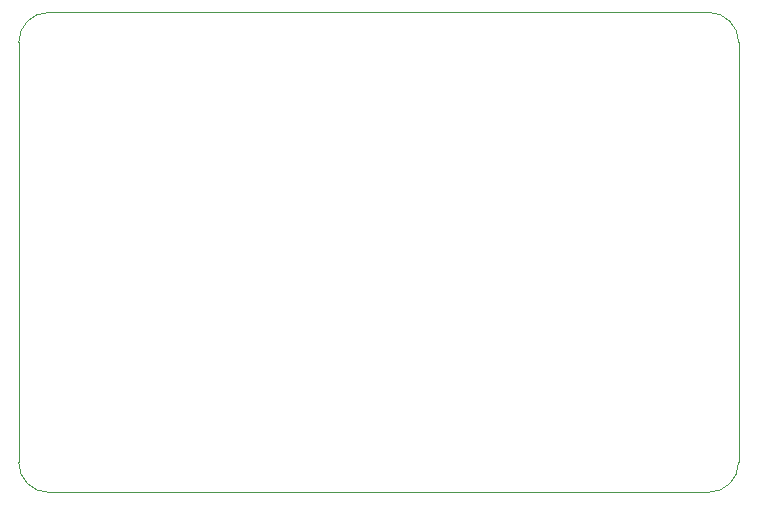
<source format=gm1>
G04 #@! TF.FileFunction,Profile,NP*
%FSLAX46Y46*%
G04 Gerber Fmt 4.6, Leading zero omitted, Abs format (unit mm)*
G04 Created by KiCad (PCBNEW 4.0.6) date 03/29/19 10:36:33*
%MOMM*%
%LPD*%
G01*
G04 APERTURE LIST*
%ADD10C,0.100000*%
G04 APERTURE END LIST*
D10*
X130429000Y-58928000D02*
X186309000Y-58928000D01*
X186309000Y-99568000D02*
X130429000Y-99568000D01*
X130429000Y-58928000D02*
G75*
G03X127889000Y-61468000I0J-2540000D01*
G01*
X188849000Y-61468000D02*
G75*
G03X186309000Y-58928000I-2540000J0D01*
G01*
X186309000Y-99568000D02*
G75*
G03X188849000Y-97028000I0J2540000D01*
G01*
X127889000Y-97028000D02*
G75*
G03X130429000Y-99568000I2540000J0D01*
G01*
X127889000Y-61468000D02*
X127889000Y-97028000D01*
X188849000Y-97028000D02*
X188849000Y-61468000D01*
M02*

</source>
